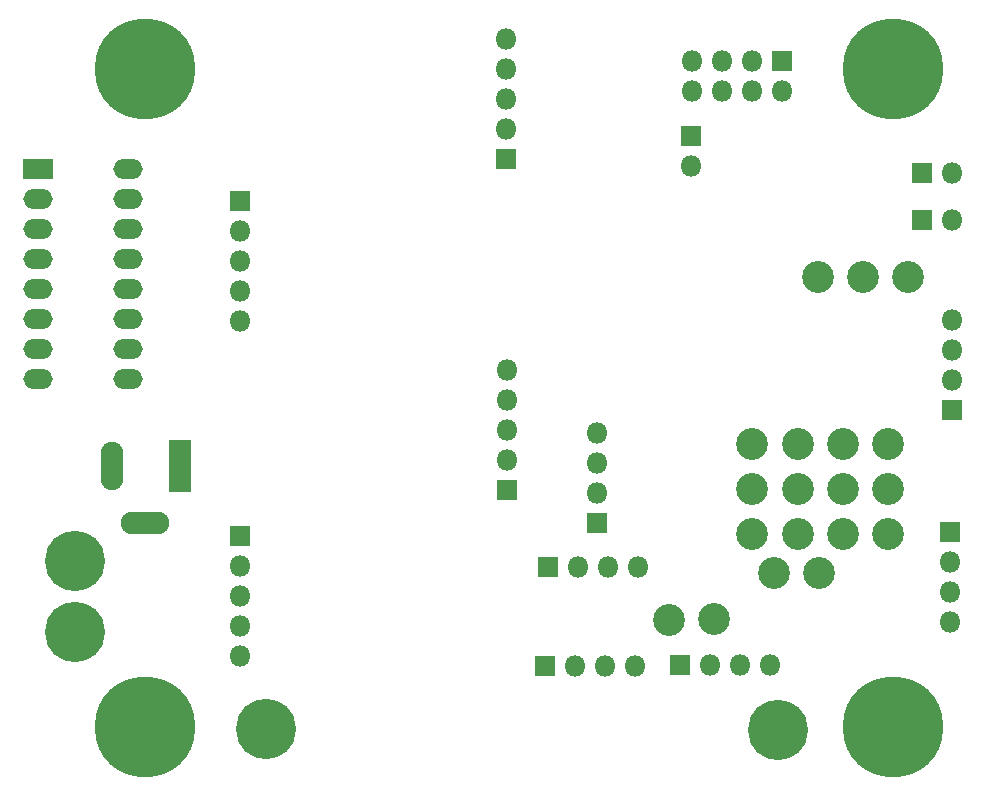
<source format=gbs>
%TF.GenerationSoftware,KiCad,Pcbnew,(5.1.6-0-10_14)*%
%TF.CreationDate,2022-07-24T23:06:08-05:00*%
%TF.ProjectId,spudglo_driver_v3p1,73707564-676c-46f5-9f64-72697665725f,rev?*%
%TF.SameCoordinates,Original*%
%TF.FileFunction,Soldermask,Bot*%
%TF.FilePolarity,Negative*%
%FSLAX46Y46*%
G04 Gerber Fmt 4.6, Leading zero omitted, Abs format (unit mm)*
G04 Created by KiCad (PCBNEW (5.1.6-0-10_14)) date 2022-07-24 23:06:08*
%MOMM*%
%LPD*%
G01*
G04 APERTURE LIST*
%ADD10C,5.100000*%
%ADD11R,1.800000X1.800000*%
%ADD12O,1.800000X1.800000*%
%ADD13C,2.700000*%
%ADD14R,1.900000X4.500000*%
%ADD15O,1.900000X4.100000*%
%ADD16O,4.100000X1.900000*%
%ADD17O,2.500000X1.700000*%
%ADD18R,2.500000X1.700000*%
%ADD19C,8.500000*%
G04 APERTURE END LIST*
D10*
%TO.C,J33*%
X143610000Y-131240000D03*
%TD*%
%TO.C,J34*%
X186974000Y-131358000D03*
%TD*%
D11*
%TO.C,U10*%
X163999718Y-111051000D03*
D12*
X163999718Y-108511000D03*
X163999718Y-105971000D03*
X163999718Y-103431000D03*
X163999718Y-100891000D03*
%TD*%
%TO.C,U5*%
X141401412Y-96776537D03*
X141401412Y-94236537D03*
X141401412Y-91696537D03*
X141401412Y-89156537D03*
D11*
X141401412Y-86616537D03*
%TD*%
%TO.C,U9*%
X163953092Y-83010883D03*
D12*
X163953092Y-80470883D03*
X163953092Y-77930883D03*
X163953092Y-75390883D03*
X163953092Y-72850883D03*
%TD*%
%TO.C,J31*%
X175061000Y-117584000D03*
X172521000Y-117584000D03*
X169981000Y-117584000D03*
D11*
X167441000Y-117584000D03*
%TD*%
D12*
%TO.C,J30*%
X201710000Y-96640000D03*
X201710000Y-99180000D03*
X201710000Y-101720000D03*
D11*
X201710000Y-104260000D03*
%TD*%
D12*
%TO.C,J29*%
X186280000Y-125891000D03*
X183740000Y-125891000D03*
X181200000Y-125891000D03*
D11*
X178660000Y-125891000D03*
%TD*%
D13*
%TO.C,J28*%
X177728000Y-122040000D03*
%TD*%
%TO.C,J27*%
X186577999Y-118059400D03*
%TD*%
D11*
%TO.C,J26*%
X167236000Y-125909000D03*
D12*
X169776000Y-125909000D03*
X172316000Y-125909000D03*
X174856000Y-125909000D03*
%TD*%
D11*
%TO.C,J25*%
X201510000Y-114640000D03*
D12*
X201510000Y-117180000D03*
X201510000Y-119720000D03*
X201510000Y-122260000D03*
%TD*%
D13*
%TO.C,J24*%
X190388000Y-118059400D03*
%TD*%
%TO.C,J2*%
X181491000Y-121927000D03*
%TD*%
D14*
%TO.C,J1*%
X136325000Y-109020000D03*
D15*
X130525000Y-109020000D03*
D16*
X133325000Y-113820000D03*
%TD*%
D10*
%TO.C,J20*%
X127410000Y-117040000D03*
%TD*%
D13*
%TO.C,J13*%
X188619004Y-110942478D03*
%TD*%
D11*
%TO.C,J3*%
X171619280Y-113847704D03*
D12*
X171619280Y-111307704D03*
X171619280Y-108767704D03*
X171619280Y-106227704D03*
%TD*%
D13*
%TO.C,J22*%
X184776004Y-110928478D03*
%TD*%
%TO.C,J19*%
X196239003Y-110942478D03*
%TD*%
%TO.C,J17*%
X192429003Y-110942479D03*
%TD*%
%TO.C,J4*%
X197923654Y-92975238D03*
%TD*%
%TO.C,J6*%
X192429003Y-107132478D03*
%TD*%
D12*
%TO.C,J16*%
X201668000Y-84176000D03*
D11*
X199128000Y-84176000D03*
%TD*%
%TO.C,J14*%
X199160000Y-88189000D03*
D12*
X201700000Y-88189000D03*
%TD*%
D13*
%TO.C,J23*%
X194113655Y-92975238D03*
%TD*%
D10*
%TO.C,J21*%
X127410000Y-123040000D03*
%TD*%
D12*
%TO.C,SW1*%
X179610780Y-83629700D03*
D11*
X179610780Y-81089700D03*
%TD*%
D13*
%TO.C,J15*%
X196239003Y-107132478D03*
%TD*%
%TO.C,J12*%
X188619004Y-114752479D03*
%TD*%
%TO.C,J11*%
X192429003Y-114752480D03*
%TD*%
%TO.C,J10*%
X184776003Y-114738479D03*
%TD*%
D12*
%TO.C,J18*%
X179638000Y-77283000D03*
X179638000Y-74743000D03*
X182178000Y-77283000D03*
X182178000Y-74743000D03*
X184718000Y-77283000D03*
X184718000Y-74743000D03*
X187258000Y-77283000D03*
D11*
X187258000Y-74743000D03*
%TD*%
D17*
%TO.C,U7*%
X131930000Y-83840000D03*
X124310000Y-101620000D03*
X131930000Y-86380000D03*
X124310000Y-99080000D03*
X131930000Y-88920000D03*
X124310000Y-96540000D03*
X131930000Y-91460000D03*
X124310000Y-94000000D03*
X131930000Y-94000000D03*
X124310000Y-91460000D03*
X131930000Y-96540000D03*
X124310000Y-88920000D03*
X131930000Y-99080000D03*
X124310000Y-86380000D03*
X131930000Y-101620000D03*
D18*
X124310000Y-83840000D03*
%TD*%
D13*
%TO.C,J9*%
X196239003Y-114752479D03*
%TD*%
%TO.C,J8*%
X190303654Y-92975238D03*
%TD*%
%TO.C,J7*%
X188619003Y-107132478D03*
%TD*%
%TO.C,J5*%
X184776004Y-107118478D03*
%TD*%
D11*
%TO.C,U11*%
X141410000Y-114940000D03*
D12*
X141410000Y-117480000D03*
X141410000Y-120020000D03*
X141410000Y-122560000D03*
X141410000Y-125100000D03*
%TD*%
D19*
%TO.C,H1*%
X133334140Y-131099440D03*
%TD*%
%TO.C,H2*%
X196654640Y-75403240D03*
%TD*%
%TO.C,H3*%
X196654640Y-131089440D03*
%TD*%
%TO.C,H4*%
X133334140Y-75403240D03*
%TD*%
M02*

</source>
